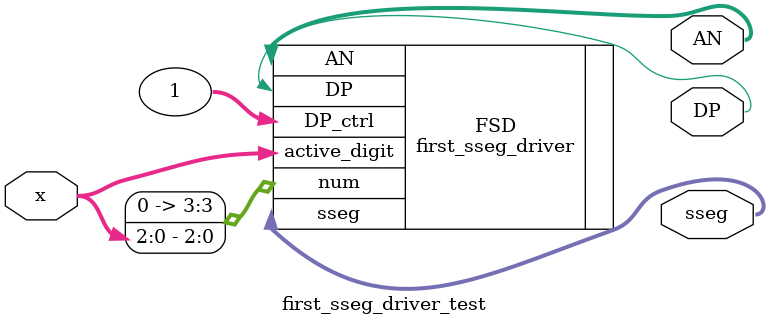
<source format=v>
`timescale 1ns / 1ps


module first_sseg_driver_test(
    input [2:0] x,
    output [6:0] sseg,
    output [0:7] AN,
    output DP
    );
    
    first_sseg_driver FSD(
        .active_digit(x),
        .num({1'b0, x}),
        .DP_ctrl(1),
        .sseg(sseg),
        .AN(AN),
        .DP(DP)
    );
    
    
endmodule

</source>
